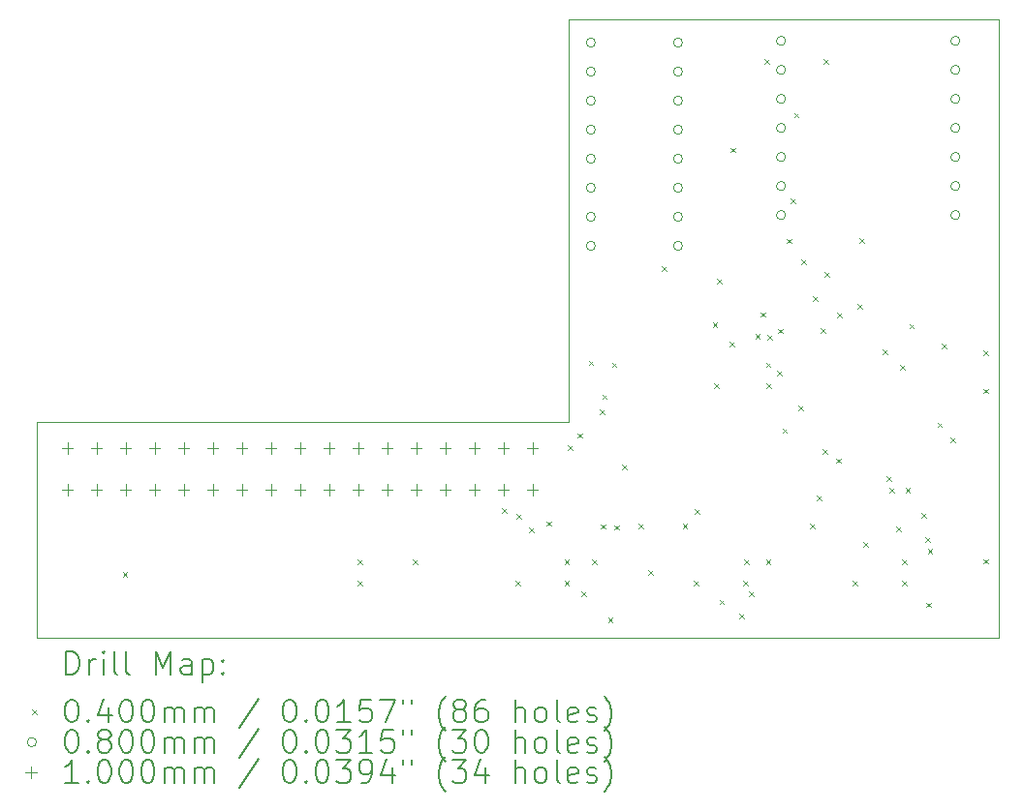
<source format=gbr>
%TF.GenerationSoftware,KiCad,Pcbnew,8.0.1*%
%TF.CreationDate,2024-06-09T22:48:07+01:00*%
%TF.ProjectId,BBC-USBSlim,4242432d-5553-4425-936c-696d2e6b6963,rev?*%
%TF.SameCoordinates,Original*%
%TF.FileFunction,Drillmap*%
%TF.FilePolarity,Positive*%
%FSLAX45Y45*%
G04 Gerber Fmt 4.5, Leading zero omitted, Abs format (unit mm)*
G04 Created by KiCad (PCBNEW 8.0.1) date 2024-06-09 22:48:07*
%MOMM*%
%LPD*%
G01*
G04 APERTURE LIST*
%ADD10C,0.100000*%
%ADD11C,0.200000*%
G04 APERTURE END LIST*
D10*
X15690000Y-12882500D02*
X7280000Y-12882500D01*
X7280000Y-10990000D01*
X11927500Y-10990000D01*
X11927500Y-7467500D01*
X15690000Y-7467500D01*
X15690000Y-12882500D01*
D11*
D10*
X8030000Y-12305000D02*
X8070000Y-12345000D01*
X8070000Y-12305000D02*
X8030000Y-12345000D01*
X10085000Y-12192500D02*
X10125000Y-12232500D01*
X10125000Y-12192500D02*
X10085000Y-12232500D01*
X10085000Y-12382500D02*
X10125000Y-12422500D01*
X10125000Y-12382500D02*
X10085000Y-12422500D01*
X10565000Y-12192500D02*
X10605000Y-12232500D01*
X10605000Y-12192500D02*
X10565000Y-12232500D01*
X11341430Y-11746640D02*
X11381430Y-11786640D01*
X11381430Y-11746640D02*
X11341430Y-11786640D01*
X11460000Y-12382500D02*
X11500000Y-12422500D01*
X11500000Y-12382500D02*
X11460000Y-12422500D01*
X11467790Y-11793440D02*
X11507790Y-11833440D01*
X11507790Y-11793440D02*
X11467790Y-11833440D01*
X11583840Y-11912270D02*
X11623840Y-11952270D01*
X11623840Y-11912270D02*
X11583840Y-11952270D01*
X11735290Y-11858440D02*
X11775290Y-11898440D01*
X11775290Y-11858440D02*
X11735290Y-11898440D01*
X11890000Y-12192500D02*
X11930000Y-12232500D01*
X11930000Y-12192500D02*
X11890000Y-12232500D01*
X11890000Y-12382500D02*
X11930000Y-12422500D01*
X11930000Y-12382500D02*
X11890000Y-12422500D01*
X11920550Y-11193930D02*
X11960550Y-11233930D01*
X11960550Y-11193930D02*
X11920550Y-11233930D01*
X12005170Y-11090000D02*
X12045170Y-11130000D01*
X12045170Y-11090000D02*
X12005170Y-11130000D01*
X12038090Y-12473040D02*
X12078090Y-12513040D01*
X12078090Y-12473040D02*
X12038090Y-12513040D01*
X12102500Y-10453390D02*
X12142500Y-10493390D01*
X12142500Y-10453390D02*
X12102500Y-10493390D01*
X12130000Y-12192500D02*
X12170000Y-12232500D01*
X12170000Y-12192500D02*
X12130000Y-12232500D01*
X12197810Y-10881930D02*
X12237810Y-10921930D01*
X12237810Y-10881930D02*
X12197810Y-10921930D01*
X12210090Y-11884030D02*
X12250090Y-11924030D01*
X12250090Y-11884030D02*
X12210090Y-11924030D01*
X12219120Y-10750870D02*
X12259120Y-10790870D01*
X12259120Y-10750870D02*
X12219120Y-10790870D01*
X12270330Y-12699850D02*
X12310330Y-12739850D01*
X12310330Y-12699850D02*
X12270330Y-12739850D01*
X12305000Y-10470000D02*
X12345000Y-10510000D01*
X12345000Y-10470000D02*
X12305000Y-10510000D01*
X12323420Y-11893720D02*
X12363420Y-11933720D01*
X12363420Y-11893720D02*
X12323420Y-11933720D01*
X12393460Y-11365470D02*
X12433460Y-11405470D01*
X12433460Y-11365470D02*
X12393460Y-11405470D01*
X12537040Y-11878410D02*
X12577040Y-11918410D01*
X12577040Y-11878410D02*
X12537040Y-11918410D01*
X12624150Y-12285770D02*
X12664150Y-12325770D01*
X12664150Y-12285770D02*
X12624150Y-12325770D01*
X12743735Y-9626265D02*
X12783735Y-9666265D01*
X12783735Y-9626265D02*
X12743735Y-9666265D01*
X12922050Y-11880250D02*
X12962050Y-11920250D01*
X12962050Y-11880250D02*
X12922050Y-11920250D01*
X13020000Y-12382500D02*
X13060000Y-12422500D01*
X13060000Y-12382500D02*
X13020000Y-12422500D01*
X13026840Y-11752540D02*
X13066840Y-11792540D01*
X13066840Y-11752540D02*
X13026840Y-11792540D01*
X13184830Y-10119150D02*
X13224830Y-10159150D01*
X13224830Y-10119150D02*
X13184830Y-10159150D01*
X13195000Y-10655000D02*
X13235000Y-10695000D01*
X13235000Y-10655000D02*
X13195000Y-10695000D01*
X13221890Y-9737470D02*
X13261890Y-9777470D01*
X13261890Y-9737470D02*
X13221890Y-9777470D01*
X13243966Y-12545540D02*
X13283966Y-12585540D01*
X13283966Y-12545540D02*
X13243966Y-12585540D01*
X13334830Y-10289600D02*
X13374830Y-10329600D01*
X13374830Y-10289600D02*
X13334830Y-10329600D01*
X13339810Y-8591540D02*
X13379810Y-8631540D01*
X13379810Y-8591540D02*
X13339810Y-8631540D01*
X13419910Y-12668830D02*
X13459910Y-12708830D01*
X13459910Y-12668830D02*
X13419910Y-12708830D01*
X13450000Y-12382500D02*
X13490000Y-12422500D01*
X13490000Y-12382500D02*
X13450000Y-12422500D01*
X13460000Y-12192500D02*
X13500000Y-12232500D01*
X13500000Y-12192500D02*
X13460000Y-12232500D01*
X13502300Y-12472760D02*
X13542300Y-12512760D01*
X13542300Y-12472760D02*
X13502300Y-12512760D01*
X13558090Y-10221670D02*
X13598090Y-10261670D01*
X13598090Y-10221670D02*
X13558090Y-10261670D01*
X13606630Y-10029530D02*
X13646630Y-10069530D01*
X13646630Y-10029530D02*
X13606630Y-10069530D01*
X13637080Y-7816240D02*
X13677080Y-7856240D01*
X13677080Y-7816240D02*
X13637080Y-7856240D01*
X13650000Y-10470000D02*
X13690000Y-10510000D01*
X13690000Y-10470000D02*
X13650000Y-10510000D01*
X13650000Y-12192500D02*
X13690000Y-12232500D01*
X13690000Y-12192500D02*
X13650000Y-12232500D01*
X13655000Y-10655000D02*
X13695000Y-10695000D01*
X13695000Y-10655000D02*
X13655000Y-10695000D01*
X13664800Y-10227470D02*
X13704800Y-10267470D01*
X13704800Y-10227470D02*
X13664800Y-10267470D01*
X13747700Y-10540940D02*
X13787700Y-10580940D01*
X13787700Y-10540940D02*
X13747700Y-10580940D01*
X13758000Y-10175100D02*
X13798000Y-10215100D01*
X13798000Y-10175100D02*
X13758000Y-10215100D01*
X13794410Y-11047580D02*
X13834410Y-11087580D01*
X13834410Y-11047580D02*
X13794410Y-11087580D01*
X13835450Y-9386420D02*
X13875450Y-9426420D01*
X13875450Y-9386420D02*
X13835450Y-9426420D01*
X13868780Y-9033600D02*
X13908780Y-9073600D01*
X13908780Y-9033600D02*
X13868780Y-9073600D01*
X13896160Y-8286600D02*
X13936160Y-8326600D01*
X13936160Y-8286600D02*
X13896160Y-8326600D01*
X13935670Y-10848340D02*
X13975670Y-10888340D01*
X13975670Y-10848340D02*
X13935670Y-10888340D01*
X13957910Y-9568620D02*
X13997910Y-9608620D01*
X13997910Y-9568620D02*
X13957910Y-9608620D01*
X14036310Y-11882110D02*
X14076310Y-11922110D01*
X14076310Y-11882110D02*
X14036310Y-11922110D01*
X14064200Y-9890490D02*
X14104200Y-9930490D01*
X14104200Y-9890490D02*
X14064200Y-9930490D01*
X14096800Y-11635000D02*
X14136800Y-11675000D01*
X14136800Y-11635000D02*
X14096800Y-11675000D01*
X14130820Y-10172810D02*
X14170820Y-10212810D01*
X14170820Y-10172810D02*
X14130820Y-10212810D01*
X14145830Y-11226150D02*
X14185830Y-11266150D01*
X14185830Y-11226150D02*
X14145830Y-11266150D01*
X14153995Y-7816005D02*
X14193995Y-7856005D01*
X14193995Y-7816005D02*
X14153995Y-7856005D01*
X14162580Y-9681280D02*
X14202580Y-9721280D01*
X14202580Y-9681280D02*
X14162580Y-9721280D01*
X14264930Y-11308260D02*
X14304930Y-11348260D01*
X14304930Y-11308260D02*
X14264930Y-11348260D01*
X14275000Y-10035000D02*
X14315000Y-10075000D01*
X14315000Y-10035000D02*
X14275000Y-10075000D01*
X14410000Y-12382500D02*
X14450000Y-12422500D01*
X14450000Y-12382500D02*
X14410000Y-12422500D01*
X14453660Y-9959380D02*
X14493660Y-9999380D01*
X14493660Y-9959380D02*
X14453660Y-9999380D01*
X14466560Y-9382780D02*
X14506560Y-9422780D01*
X14506560Y-9382780D02*
X14466560Y-9422780D01*
X14502540Y-12042500D02*
X14542540Y-12082500D01*
X14542540Y-12042500D02*
X14502540Y-12082500D01*
X14673590Y-10356270D02*
X14713590Y-10396270D01*
X14713590Y-10356270D02*
X14673590Y-10396270D01*
X14704570Y-11462820D02*
X14744570Y-11502820D01*
X14744570Y-11462820D02*
X14704570Y-11502820D01*
X14730130Y-11569470D02*
X14770130Y-11609470D01*
X14770130Y-11569470D02*
X14730130Y-11609470D01*
X14791300Y-11907320D02*
X14831300Y-11947320D01*
X14831300Y-11907320D02*
X14791300Y-11947320D01*
X14822660Y-10493840D02*
X14862660Y-10533840D01*
X14862660Y-10493840D02*
X14822660Y-10533840D01*
X14840000Y-12192500D02*
X14880000Y-12232500D01*
X14880000Y-12192500D02*
X14840000Y-12232500D01*
X14840000Y-12382500D02*
X14880000Y-12422500D01*
X14880000Y-12382500D02*
X14840000Y-12422500D01*
X14870620Y-11569420D02*
X14910620Y-11609420D01*
X14910620Y-11569420D02*
X14870620Y-11609420D01*
X14903950Y-10131380D02*
X14943950Y-10171380D01*
X14943950Y-10131380D02*
X14903950Y-10171380D01*
X15011460Y-11789490D02*
X15051460Y-11829490D01*
X15051460Y-11789490D02*
X15011460Y-11829490D01*
X15043970Y-11997500D02*
X15083970Y-12037500D01*
X15083970Y-11997500D02*
X15043970Y-12037500D01*
X15050300Y-12570900D02*
X15090300Y-12610900D01*
X15090300Y-12570900D02*
X15050300Y-12610900D01*
X15064600Y-12101820D02*
X15104600Y-12141820D01*
X15104600Y-12101820D02*
X15064600Y-12141820D01*
X15149495Y-10996535D02*
X15189495Y-11036535D01*
X15189495Y-10996535D02*
X15149495Y-11036535D01*
X15189810Y-10304160D02*
X15229810Y-10344160D01*
X15229810Y-10304160D02*
X15189810Y-10344160D01*
X15265000Y-11125000D02*
X15305000Y-11165000D01*
X15305000Y-11125000D02*
X15265000Y-11165000D01*
X15550000Y-10365000D02*
X15590000Y-10405000D01*
X15590000Y-10365000D02*
X15550000Y-10405000D01*
X15550000Y-10700000D02*
X15590000Y-10740000D01*
X15590000Y-10700000D02*
X15550000Y-10740000D01*
X15550000Y-12190000D02*
X15590000Y-12230000D01*
X15590000Y-12190000D02*
X15550000Y-12230000D01*
X12160000Y-7671000D02*
G75*
G02*
X12080000Y-7671000I-40000J0D01*
G01*
X12080000Y-7671000D02*
G75*
G02*
X12160000Y-7671000I40000J0D01*
G01*
X12160000Y-7925000D02*
G75*
G02*
X12080000Y-7925000I-40000J0D01*
G01*
X12080000Y-7925000D02*
G75*
G02*
X12160000Y-7925000I40000J0D01*
G01*
X12160000Y-8179000D02*
G75*
G02*
X12080000Y-8179000I-40000J0D01*
G01*
X12080000Y-8179000D02*
G75*
G02*
X12160000Y-8179000I40000J0D01*
G01*
X12160000Y-8433000D02*
G75*
G02*
X12080000Y-8433000I-40000J0D01*
G01*
X12080000Y-8433000D02*
G75*
G02*
X12160000Y-8433000I40000J0D01*
G01*
X12160000Y-8687000D02*
G75*
G02*
X12080000Y-8687000I-40000J0D01*
G01*
X12080000Y-8687000D02*
G75*
G02*
X12160000Y-8687000I40000J0D01*
G01*
X12160000Y-8941000D02*
G75*
G02*
X12080000Y-8941000I-40000J0D01*
G01*
X12080000Y-8941000D02*
G75*
G02*
X12160000Y-8941000I40000J0D01*
G01*
X12160000Y-9195000D02*
G75*
G02*
X12080000Y-9195000I-40000J0D01*
G01*
X12080000Y-9195000D02*
G75*
G02*
X12160000Y-9195000I40000J0D01*
G01*
X12160000Y-9449000D02*
G75*
G02*
X12080000Y-9449000I-40000J0D01*
G01*
X12080000Y-9449000D02*
G75*
G02*
X12160000Y-9449000I40000J0D01*
G01*
X12922000Y-7671000D02*
G75*
G02*
X12842000Y-7671000I-40000J0D01*
G01*
X12842000Y-7671000D02*
G75*
G02*
X12922000Y-7671000I40000J0D01*
G01*
X12922000Y-7925000D02*
G75*
G02*
X12842000Y-7925000I-40000J0D01*
G01*
X12842000Y-7925000D02*
G75*
G02*
X12922000Y-7925000I40000J0D01*
G01*
X12922000Y-8179000D02*
G75*
G02*
X12842000Y-8179000I-40000J0D01*
G01*
X12842000Y-8179000D02*
G75*
G02*
X12922000Y-8179000I40000J0D01*
G01*
X12922000Y-8433000D02*
G75*
G02*
X12842000Y-8433000I-40000J0D01*
G01*
X12842000Y-8433000D02*
G75*
G02*
X12922000Y-8433000I40000J0D01*
G01*
X12922000Y-8687000D02*
G75*
G02*
X12842000Y-8687000I-40000J0D01*
G01*
X12842000Y-8687000D02*
G75*
G02*
X12922000Y-8687000I40000J0D01*
G01*
X12922000Y-8941000D02*
G75*
G02*
X12842000Y-8941000I-40000J0D01*
G01*
X12842000Y-8941000D02*
G75*
G02*
X12922000Y-8941000I40000J0D01*
G01*
X12922000Y-9195000D02*
G75*
G02*
X12842000Y-9195000I-40000J0D01*
G01*
X12842000Y-9195000D02*
G75*
G02*
X12922000Y-9195000I40000J0D01*
G01*
X12922000Y-9449000D02*
G75*
G02*
X12842000Y-9449000I-40000J0D01*
G01*
X12842000Y-9449000D02*
G75*
G02*
X12922000Y-9449000I40000J0D01*
G01*
X13822500Y-7656600D02*
G75*
G02*
X13742500Y-7656600I-40000J0D01*
G01*
X13742500Y-7656600D02*
G75*
G02*
X13822500Y-7656600I40000J0D01*
G01*
X13822500Y-7910600D02*
G75*
G02*
X13742500Y-7910600I-40000J0D01*
G01*
X13742500Y-7910600D02*
G75*
G02*
X13822500Y-7910600I40000J0D01*
G01*
X13822500Y-8164600D02*
G75*
G02*
X13742500Y-8164600I-40000J0D01*
G01*
X13742500Y-8164600D02*
G75*
G02*
X13822500Y-8164600I40000J0D01*
G01*
X13822500Y-8418600D02*
G75*
G02*
X13742500Y-8418600I-40000J0D01*
G01*
X13742500Y-8418600D02*
G75*
G02*
X13822500Y-8418600I40000J0D01*
G01*
X13822500Y-8672600D02*
G75*
G02*
X13742500Y-8672600I-40000J0D01*
G01*
X13742500Y-8672600D02*
G75*
G02*
X13822500Y-8672600I40000J0D01*
G01*
X13822500Y-8926600D02*
G75*
G02*
X13742500Y-8926600I-40000J0D01*
G01*
X13742500Y-8926600D02*
G75*
G02*
X13822500Y-8926600I40000J0D01*
G01*
X13822500Y-9180600D02*
G75*
G02*
X13742500Y-9180600I-40000J0D01*
G01*
X13742500Y-9180600D02*
G75*
G02*
X13822500Y-9180600I40000J0D01*
G01*
X15346500Y-7656600D02*
G75*
G02*
X15266500Y-7656600I-40000J0D01*
G01*
X15266500Y-7656600D02*
G75*
G02*
X15346500Y-7656600I40000J0D01*
G01*
X15346500Y-7910600D02*
G75*
G02*
X15266500Y-7910600I-40000J0D01*
G01*
X15266500Y-7910600D02*
G75*
G02*
X15346500Y-7910600I40000J0D01*
G01*
X15346500Y-8164600D02*
G75*
G02*
X15266500Y-8164600I-40000J0D01*
G01*
X15266500Y-8164600D02*
G75*
G02*
X15346500Y-8164600I40000J0D01*
G01*
X15346500Y-8418600D02*
G75*
G02*
X15266500Y-8418600I-40000J0D01*
G01*
X15266500Y-8418600D02*
G75*
G02*
X15346500Y-8418600I40000J0D01*
G01*
X15346500Y-8672600D02*
G75*
G02*
X15266500Y-8672600I-40000J0D01*
G01*
X15266500Y-8672600D02*
G75*
G02*
X15346500Y-8672600I40000J0D01*
G01*
X15346500Y-8926600D02*
G75*
G02*
X15266500Y-8926600I-40000J0D01*
G01*
X15266500Y-8926600D02*
G75*
G02*
X15346500Y-8926600I40000J0D01*
G01*
X15346500Y-9180600D02*
G75*
G02*
X15266500Y-9180600I-40000J0D01*
G01*
X15266500Y-9180600D02*
G75*
G02*
X15346500Y-9180600I40000J0D01*
G01*
X7545800Y-11534700D02*
X7545800Y-11634700D01*
X7495800Y-11584700D02*
X7595800Y-11584700D01*
X7546000Y-11167500D02*
X7546000Y-11267500D01*
X7496000Y-11217500D02*
X7596000Y-11217500D01*
X7799800Y-11534700D02*
X7799800Y-11634700D01*
X7749800Y-11584700D02*
X7849800Y-11584700D01*
X7800000Y-11167500D02*
X7800000Y-11267500D01*
X7750000Y-11217500D02*
X7850000Y-11217500D01*
X8053800Y-11534700D02*
X8053800Y-11634700D01*
X8003800Y-11584700D02*
X8103800Y-11584700D01*
X8054000Y-11167500D02*
X8054000Y-11267500D01*
X8004000Y-11217500D02*
X8104000Y-11217500D01*
X8307800Y-11534700D02*
X8307800Y-11634700D01*
X8257800Y-11584700D02*
X8357800Y-11584700D01*
X8308000Y-11167500D02*
X8308000Y-11267500D01*
X8258000Y-11217500D02*
X8358000Y-11217500D01*
X8561800Y-11534700D02*
X8561800Y-11634700D01*
X8511800Y-11584700D02*
X8611800Y-11584700D01*
X8562000Y-11167500D02*
X8562000Y-11267500D01*
X8512000Y-11217500D02*
X8612000Y-11217500D01*
X8815800Y-11534700D02*
X8815800Y-11634700D01*
X8765800Y-11584700D02*
X8865800Y-11584700D01*
X8816000Y-11167500D02*
X8816000Y-11267500D01*
X8766000Y-11217500D02*
X8866000Y-11217500D01*
X9069800Y-11534700D02*
X9069800Y-11634700D01*
X9019800Y-11584700D02*
X9119800Y-11584700D01*
X9070000Y-11167500D02*
X9070000Y-11267500D01*
X9020000Y-11217500D02*
X9120000Y-11217500D01*
X9323800Y-11534700D02*
X9323800Y-11634700D01*
X9273800Y-11584700D02*
X9373800Y-11584700D01*
X9324000Y-11167500D02*
X9324000Y-11267500D01*
X9274000Y-11217500D02*
X9374000Y-11217500D01*
X9577800Y-11534700D02*
X9577800Y-11634700D01*
X9527800Y-11584700D02*
X9627800Y-11584700D01*
X9578000Y-11167500D02*
X9578000Y-11267500D01*
X9528000Y-11217500D02*
X9628000Y-11217500D01*
X9831800Y-11534700D02*
X9831800Y-11634700D01*
X9781800Y-11584700D02*
X9881800Y-11584700D01*
X9832000Y-11167500D02*
X9832000Y-11267500D01*
X9782000Y-11217500D02*
X9882000Y-11217500D01*
X10085800Y-11534700D02*
X10085800Y-11634700D01*
X10035800Y-11584700D02*
X10135800Y-11584700D01*
X10086000Y-11167500D02*
X10086000Y-11267500D01*
X10036000Y-11217500D02*
X10136000Y-11217500D01*
X10339800Y-11534700D02*
X10339800Y-11634700D01*
X10289800Y-11584700D02*
X10389800Y-11584700D01*
X10340000Y-11167500D02*
X10340000Y-11267500D01*
X10290000Y-11217500D02*
X10390000Y-11217500D01*
X10593800Y-11534700D02*
X10593800Y-11634700D01*
X10543800Y-11584700D02*
X10643800Y-11584700D01*
X10594000Y-11167500D02*
X10594000Y-11267500D01*
X10544000Y-11217500D02*
X10644000Y-11217500D01*
X10847800Y-11534700D02*
X10847800Y-11634700D01*
X10797800Y-11584700D02*
X10897800Y-11584700D01*
X10848000Y-11167500D02*
X10848000Y-11267500D01*
X10798000Y-11217500D02*
X10898000Y-11217500D01*
X11101800Y-11534700D02*
X11101800Y-11634700D01*
X11051800Y-11584700D02*
X11151800Y-11584700D01*
X11102000Y-11167500D02*
X11102000Y-11267500D01*
X11052000Y-11217500D02*
X11152000Y-11217500D01*
X11355800Y-11534700D02*
X11355800Y-11634700D01*
X11305800Y-11584700D02*
X11405800Y-11584700D01*
X11356000Y-11167500D02*
X11356000Y-11267500D01*
X11306000Y-11217500D02*
X11406000Y-11217500D01*
X11609800Y-11534700D02*
X11609800Y-11634700D01*
X11559800Y-11584700D02*
X11659800Y-11584700D01*
X11610000Y-11167500D02*
X11610000Y-11267500D01*
X11560000Y-11217500D02*
X11660000Y-11217500D01*
D11*
X7535777Y-13198984D02*
X7535777Y-12998984D01*
X7535777Y-12998984D02*
X7583396Y-12998984D01*
X7583396Y-12998984D02*
X7611967Y-13008508D01*
X7611967Y-13008508D02*
X7631015Y-13027555D01*
X7631015Y-13027555D02*
X7640539Y-13046603D01*
X7640539Y-13046603D02*
X7650062Y-13084698D01*
X7650062Y-13084698D02*
X7650062Y-13113269D01*
X7650062Y-13113269D02*
X7640539Y-13151365D01*
X7640539Y-13151365D02*
X7631015Y-13170412D01*
X7631015Y-13170412D02*
X7611967Y-13189460D01*
X7611967Y-13189460D02*
X7583396Y-13198984D01*
X7583396Y-13198984D02*
X7535777Y-13198984D01*
X7735777Y-13198984D02*
X7735777Y-13065650D01*
X7735777Y-13103746D02*
X7745301Y-13084698D01*
X7745301Y-13084698D02*
X7754824Y-13075174D01*
X7754824Y-13075174D02*
X7773872Y-13065650D01*
X7773872Y-13065650D02*
X7792920Y-13065650D01*
X7859586Y-13198984D02*
X7859586Y-13065650D01*
X7859586Y-12998984D02*
X7850062Y-13008508D01*
X7850062Y-13008508D02*
X7859586Y-13018031D01*
X7859586Y-13018031D02*
X7869110Y-13008508D01*
X7869110Y-13008508D02*
X7859586Y-12998984D01*
X7859586Y-12998984D02*
X7859586Y-13018031D01*
X7983396Y-13198984D02*
X7964348Y-13189460D01*
X7964348Y-13189460D02*
X7954824Y-13170412D01*
X7954824Y-13170412D02*
X7954824Y-12998984D01*
X8088158Y-13198984D02*
X8069110Y-13189460D01*
X8069110Y-13189460D02*
X8059586Y-13170412D01*
X8059586Y-13170412D02*
X8059586Y-12998984D01*
X8316729Y-13198984D02*
X8316729Y-12998984D01*
X8316729Y-12998984D02*
X8383396Y-13141841D01*
X8383396Y-13141841D02*
X8450063Y-12998984D01*
X8450063Y-12998984D02*
X8450063Y-13198984D01*
X8631015Y-13198984D02*
X8631015Y-13094222D01*
X8631015Y-13094222D02*
X8621491Y-13075174D01*
X8621491Y-13075174D02*
X8602444Y-13065650D01*
X8602444Y-13065650D02*
X8564348Y-13065650D01*
X8564348Y-13065650D02*
X8545301Y-13075174D01*
X8631015Y-13189460D02*
X8611967Y-13198984D01*
X8611967Y-13198984D02*
X8564348Y-13198984D01*
X8564348Y-13198984D02*
X8545301Y-13189460D01*
X8545301Y-13189460D02*
X8535777Y-13170412D01*
X8535777Y-13170412D02*
X8535777Y-13151365D01*
X8535777Y-13151365D02*
X8545301Y-13132317D01*
X8545301Y-13132317D02*
X8564348Y-13122793D01*
X8564348Y-13122793D02*
X8611967Y-13122793D01*
X8611967Y-13122793D02*
X8631015Y-13113269D01*
X8726253Y-13065650D02*
X8726253Y-13265650D01*
X8726253Y-13075174D02*
X8745301Y-13065650D01*
X8745301Y-13065650D02*
X8783396Y-13065650D01*
X8783396Y-13065650D02*
X8802444Y-13075174D01*
X8802444Y-13075174D02*
X8811967Y-13084698D01*
X8811967Y-13084698D02*
X8821491Y-13103746D01*
X8821491Y-13103746D02*
X8821491Y-13160888D01*
X8821491Y-13160888D02*
X8811967Y-13179936D01*
X8811967Y-13179936D02*
X8802444Y-13189460D01*
X8802444Y-13189460D02*
X8783396Y-13198984D01*
X8783396Y-13198984D02*
X8745301Y-13198984D01*
X8745301Y-13198984D02*
X8726253Y-13189460D01*
X8907205Y-13179936D02*
X8916729Y-13189460D01*
X8916729Y-13189460D02*
X8907205Y-13198984D01*
X8907205Y-13198984D02*
X8897682Y-13189460D01*
X8897682Y-13189460D02*
X8907205Y-13179936D01*
X8907205Y-13179936D02*
X8907205Y-13198984D01*
X8907205Y-13075174D02*
X8916729Y-13084698D01*
X8916729Y-13084698D02*
X8907205Y-13094222D01*
X8907205Y-13094222D02*
X8897682Y-13084698D01*
X8897682Y-13084698D02*
X8907205Y-13075174D01*
X8907205Y-13075174D02*
X8907205Y-13094222D01*
D10*
X7235000Y-13507500D02*
X7275000Y-13547500D01*
X7275000Y-13507500D02*
X7235000Y-13547500D01*
D11*
X7573872Y-13418984D02*
X7592920Y-13418984D01*
X7592920Y-13418984D02*
X7611967Y-13428508D01*
X7611967Y-13428508D02*
X7621491Y-13438031D01*
X7621491Y-13438031D02*
X7631015Y-13457079D01*
X7631015Y-13457079D02*
X7640539Y-13495174D01*
X7640539Y-13495174D02*
X7640539Y-13542793D01*
X7640539Y-13542793D02*
X7631015Y-13580888D01*
X7631015Y-13580888D02*
X7621491Y-13599936D01*
X7621491Y-13599936D02*
X7611967Y-13609460D01*
X7611967Y-13609460D02*
X7592920Y-13618984D01*
X7592920Y-13618984D02*
X7573872Y-13618984D01*
X7573872Y-13618984D02*
X7554824Y-13609460D01*
X7554824Y-13609460D02*
X7545301Y-13599936D01*
X7545301Y-13599936D02*
X7535777Y-13580888D01*
X7535777Y-13580888D02*
X7526253Y-13542793D01*
X7526253Y-13542793D02*
X7526253Y-13495174D01*
X7526253Y-13495174D02*
X7535777Y-13457079D01*
X7535777Y-13457079D02*
X7545301Y-13438031D01*
X7545301Y-13438031D02*
X7554824Y-13428508D01*
X7554824Y-13428508D02*
X7573872Y-13418984D01*
X7726253Y-13599936D02*
X7735777Y-13609460D01*
X7735777Y-13609460D02*
X7726253Y-13618984D01*
X7726253Y-13618984D02*
X7716729Y-13609460D01*
X7716729Y-13609460D02*
X7726253Y-13599936D01*
X7726253Y-13599936D02*
X7726253Y-13618984D01*
X7907205Y-13485650D02*
X7907205Y-13618984D01*
X7859586Y-13409460D02*
X7811967Y-13552317D01*
X7811967Y-13552317D02*
X7935777Y-13552317D01*
X8050062Y-13418984D02*
X8069110Y-13418984D01*
X8069110Y-13418984D02*
X8088158Y-13428508D01*
X8088158Y-13428508D02*
X8097682Y-13438031D01*
X8097682Y-13438031D02*
X8107205Y-13457079D01*
X8107205Y-13457079D02*
X8116729Y-13495174D01*
X8116729Y-13495174D02*
X8116729Y-13542793D01*
X8116729Y-13542793D02*
X8107205Y-13580888D01*
X8107205Y-13580888D02*
X8097682Y-13599936D01*
X8097682Y-13599936D02*
X8088158Y-13609460D01*
X8088158Y-13609460D02*
X8069110Y-13618984D01*
X8069110Y-13618984D02*
X8050062Y-13618984D01*
X8050062Y-13618984D02*
X8031015Y-13609460D01*
X8031015Y-13609460D02*
X8021491Y-13599936D01*
X8021491Y-13599936D02*
X8011967Y-13580888D01*
X8011967Y-13580888D02*
X8002443Y-13542793D01*
X8002443Y-13542793D02*
X8002443Y-13495174D01*
X8002443Y-13495174D02*
X8011967Y-13457079D01*
X8011967Y-13457079D02*
X8021491Y-13438031D01*
X8021491Y-13438031D02*
X8031015Y-13428508D01*
X8031015Y-13428508D02*
X8050062Y-13418984D01*
X8240539Y-13418984D02*
X8259586Y-13418984D01*
X8259586Y-13418984D02*
X8278634Y-13428508D01*
X8278634Y-13428508D02*
X8288158Y-13438031D01*
X8288158Y-13438031D02*
X8297682Y-13457079D01*
X8297682Y-13457079D02*
X8307205Y-13495174D01*
X8307205Y-13495174D02*
X8307205Y-13542793D01*
X8307205Y-13542793D02*
X8297682Y-13580888D01*
X8297682Y-13580888D02*
X8288158Y-13599936D01*
X8288158Y-13599936D02*
X8278634Y-13609460D01*
X8278634Y-13609460D02*
X8259586Y-13618984D01*
X8259586Y-13618984D02*
X8240539Y-13618984D01*
X8240539Y-13618984D02*
X8221491Y-13609460D01*
X8221491Y-13609460D02*
X8211967Y-13599936D01*
X8211967Y-13599936D02*
X8202443Y-13580888D01*
X8202443Y-13580888D02*
X8192920Y-13542793D01*
X8192920Y-13542793D02*
X8192920Y-13495174D01*
X8192920Y-13495174D02*
X8202443Y-13457079D01*
X8202443Y-13457079D02*
X8211967Y-13438031D01*
X8211967Y-13438031D02*
X8221491Y-13428508D01*
X8221491Y-13428508D02*
X8240539Y-13418984D01*
X8392920Y-13618984D02*
X8392920Y-13485650D01*
X8392920Y-13504698D02*
X8402444Y-13495174D01*
X8402444Y-13495174D02*
X8421491Y-13485650D01*
X8421491Y-13485650D02*
X8450063Y-13485650D01*
X8450063Y-13485650D02*
X8469110Y-13495174D01*
X8469110Y-13495174D02*
X8478634Y-13514222D01*
X8478634Y-13514222D02*
X8478634Y-13618984D01*
X8478634Y-13514222D02*
X8488158Y-13495174D01*
X8488158Y-13495174D02*
X8507205Y-13485650D01*
X8507205Y-13485650D02*
X8535777Y-13485650D01*
X8535777Y-13485650D02*
X8554825Y-13495174D01*
X8554825Y-13495174D02*
X8564348Y-13514222D01*
X8564348Y-13514222D02*
X8564348Y-13618984D01*
X8659586Y-13618984D02*
X8659586Y-13485650D01*
X8659586Y-13504698D02*
X8669110Y-13495174D01*
X8669110Y-13495174D02*
X8688158Y-13485650D01*
X8688158Y-13485650D02*
X8716729Y-13485650D01*
X8716729Y-13485650D02*
X8735777Y-13495174D01*
X8735777Y-13495174D02*
X8745301Y-13514222D01*
X8745301Y-13514222D02*
X8745301Y-13618984D01*
X8745301Y-13514222D02*
X8754825Y-13495174D01*
X8754825Y-13495174D02*
X8773872Y-13485650D01*
X8773872Y-13485650D02*
X8802444Y-13485650D01*
X8802444Y-13485650D02*
X8821491Y-13495174D01*
X8821491Y-13495174D02*
X8831015Y-13514222D01*
X8831015Y-13514222D02*
X8831015Y-13618984D01*
X9221491Y-13409460D02*
X9050063Y-13666603D01*
X9478634Y-13418984D02*
X9497682Y-13418984D01*
X9497682Y-13418984D02*
X9516729Y-13428508D01*
X9516729Y-13428508D02*
X9526253Y-13438031D01*
X9526253Y-13438031D02*
X9535777Y-13457079D01*
X9535777Y-13457079D02*
X9545301Y-13495174D01*
X9545301Y-13495174D02*
X9545301Y-13542793D01*
X9545301Y-13542793D02*
X9535777Y-13580888D01*
X9535777Y-13580888D02*
X9526253Y-13599936D01*
X9526253Y-13599936D02*
X9516729Y-13609460D01*
X9516729Y-13609460D02*
X9497682Y-13618984D01*
X9497682Y-13618984D02*
X9478634Y-13618984D01*
X9478634Y-13618984D02*
X9459587Y-13609460D01*
X9459587Y-13609460D02*
X9450063Y-13599936D01*
X9450063Y-13599936D02*
X9440539Y-13580888D01*
X9440539Y-13580888D02*
X9431015Y-13542793D01*
X9431015Y-13542793D02*
X9431015Y-13495174D01*
X9431015Y-13495174D02*
X9440539Y-13457079D01*
X9440539Y-13457079D02*
X9450063Y-13438031D01*
X9450063Y-13438031D02*
X9459587Y-13428508D01*
X9459587Y-13428508D02*
X9478634Y-13418984D01*
X9631015Y-13599936D02*
X9640539Y-13609460D01*
X9640539Y-13609460D02*
X9631015Y-13618984D01*
X9631015Y-13618984D02*
X9621491Y-13609460D01*
X9621491Y-13609460D02*
X9631015Y-13599936D01*
X9631015Y-13599936D02*
X9631015Y-13618984D01*
X9764348Y-13418984D02*
X9783396Y-13418984D01*
X9783396Y-13418984D02*
X9802444Y-13428508D01*
X9802444Y-13428508D02*
X9811968Y-13438031D01*
X9811968Y-13438031D02*
X9821491Y-13457079D01*
X9821491Y-13457079D02*
X9831015Y-13495174D01*
X9831015Y-13495174D02*
X9831015Y-13542793D01*
X9831015Y-13542793D02*
X9821491Y-13580888D01*
X9821491Y-13580888D02*
X9811968Y-13599936D01*
X9811968Y-13599936D02*
X9802444Y-13609460D01*
X9802444Y-13609460D02*
X9783396Y-13618984D01*
X9783396Y-13618984D02*
X9764348Y-13618984D01*
X9764348Y-13618984D02*
X9745301Y-13609460D01*
X9745301Y-13609460D02*
X9735777Y-13599936D01*
X9735777Y-13599936D02*
X9726253Y-13580888D01*
X9726253Y-13580888D02*
X9716729Y-13542793D01*
X9716729Y-13542793D02*
X9716729Y-13495174D01*
X9716729Y-13495174D02*
X9726253Y-13457079D01*
X9726253Y-13457079D02*
X9735777Y-13438031D01*
X9735777Y-13438031D02*
X9745301Y-13428508D01*
X9745301Y-13428508D02*
X9764348Y-13418984D01*
X10021491Y-13618984D02*
X9907206Y-13618984D01*
X9964348Y-13618984D02*
X9964348Y-13418984D01*
X9964348Y-13418984D02*
X9945301Y-13447555D01*
X9945301Y-13447555D02*
X9926253Y-13466603D01*
X9926253Y-13466603D02*
X9907206Y-13476127D01*
X10202444Y-13418984D02*
X10107206Y-13418984D01*
X10107206Y-13418984D02*
X10097682Y-13514222D01*
X10097682Y-13514222D02*
X10107206Y-13504698D01*
X10107206Y-13504698D02*
X10126253Y-13495174D01*
X10126253Y-13495174D02*
X10173872Y-13495174D01*
X10173872Y-13495174D02*
X10192920Y-13504698D01*
X10192920Y-13504698D02*
X10202444Y-13514222D01*
X10202444Y-13514222D02*
X10211968Y-13533269D01*
X10211968Y-13533269D02*
X10211968Y-13580888D01*
X10211968Y-13580888D02*
X10202444Y-13599936D01*
X10202444Y-13599936D02*
X10192920Y-13609460D01*
X10192920Y-13609460D02*
X10173872Y-13618984D01*
X10173872Y-13618984D02*
X10126253Y-13618984D01*
X10126253Y-13618984D02*
X10107206Y-13609460D01*
X10107206Y-13609460D02*
X10097682Y-13599936D01*
X10278634Y-13418984D02*
X10411968Y-13418984D01*
X10411968Y-13418984D02*
X10326253Y-13618984D01*
X10478634Y-13418984D02*
X10478634Y-13457079D01*
X10554825Y-13418984D02*
X10554825Y-13457079D01*
X10850063Y-13695174D02*
X10840539Y-13685650D01*
X10840539Y-13685650D02*
X10821491Y-13657079D01*
X10821491Y-13657079D02*
X10811968Y-13638031D01*
X10811968Y-13638031D02*
X10802444Y-13609460D01*
X10802444Y-13609460D02*
X10792920Y-13561841D01*
X10792920Y-13561841D02*
X10792920Y-13523746D01*
X10792920Y-13523746D02*
X10802444Y-13476127D01*
X10802444Y-13476127D02*
X10811968Y-13447555D01*
X10811968Y-13447555D02*
X10821491Y-13428508D01*
X10821491Y-13428508D02*
X10840539Y-13399936D01*
X10840539Y-13399936D02*
X10850063Y-13390412D01*
X10954825Y-13504698D02*
X10935777Y-13495174D01*
X10935777Y-13495174D02*
X10926253Y-13485650D01*
X10926253Y-13485650D02*
X10916730Y-13466603D01*
X10916730Y-13466603D02*
X10916730Y-13457079D01*
X10916730Y-13457079D02*
X10926253Y-13438031D01*
X10926253Y-13438031D02*
X10935777Y-13428508D01*
X10935777Y-13428508D02*
X10954825Y-13418984D01*
X10954825Y-13418984D02*
X10992920Y-13418984D01*
X10992920Y-13418984D02*
X11011968Y-13428508D01*
X11011968Y-13428508D02*
X11021491Y-13438031D01*
X11021491Y-13438031D02*
X11031015Y-13457079D01*
X11031015Y-13457079D02*
X11031015Y-13466603D01*
X11031015Y-13466603D02*
X11021491Y-13485650D01*
X11021491Y-13485650D02*
X11011968Y-13495174D01*
X11011968Y-13495174D02*
X10992920Y-13504698D01*
X10992920Y-13504698D02*
X10954825Y-13504698D01*
X10954825Y-13504698D02*
X10935777Y-13514222D01*
X10935777Y-13514222D02*
X10926253Y-13523746D01*
X10926253Y-13523746D02*
X10916730Y-13542793D01*
X10916730Y-13542793D02*
X10916730Y-13580888D01*
X10916730Y-13580888D02*
X10926253Y-13599936D01*
X10926253Y-13599936D02*
X10935777Y-13609460D01*
X10935777Y-13609460D02*
X10954825Y-13618984D01*
X10954825Y-13618984D02*
X10992920Y-13618984D01*
X10992920Y-13618984D02*
X11011968Y-13609460D01*
X11011968Y-13609460D02*
X11021491Y-13599936D01*
X11021491Y-13599936D02*
X11031015Y-13580888D01*
X11031015Y-13580888D02*
X11031015Y-13542793D01*
X11031015Y-13542793D02*
X11021491Y-13523746D01*
X11021491Y-13523746D02*
X11011968Y-13514222D01*
X11011968Y-13514222D02*
X10992920Y-13504698D01*
X11202444Y-13418984D02*
X11164349Y-13418984D01*
X11164349Y-13418984D02*
X11145301Y-13428508D01*
X11145301Y-13428508D02*
X11135777Y-13438031D01*
X11135777Y-13438031D02*
X11116730Y-13466603D01*
X11116730Y-13466603D02*
X11107206Y-13504698D01*
X11107206Y-13504698D02*
X11107206Y-13580888D01*
X11107206Y-13580888D02*
X11116730Y-13599936D01*
X11116730Y-13599936D02*
X11126253Y-13609460D01*
X11126253Y-13609460D02*
X11145301Y-13618984D01*
X11145301Y-13618984D02*
X11183396Y-13618984D01*
X11183396Y-13618984D02*
X11202444Y-13609460D01*
X11202444Y-13609460D02*
X11211968Y-13599936D01*
X11211968Y-13599936D02*
X11221491Y-13580888D01*
X11221491Y-13580888D02*
X11221491Y-13533269D01*
X11221491Y-13533269D02*
X11211968Y-13514222D01*
X11211968Y-13514222D02*
X11202444Y-13504698D01*
X11202444Y-13504698D02*
X11183396Y-13495174D01*
X11183396Y-13495174D02*
X11145301Y-13495174D01*
X11145301Y-13495174D02*
X11126253Y-13504698D01*
X11126253Y-13504698D02*
X11116730Y-13514222D01*
X11116730Y-13514222D02*
X11107206Y-13533269D01*
X11459587Y-13618984D02*
X11459587Y-13418984D01*
X11545301Y-13618984D02*
X11545301Y-13514222D01*
X11545301Y-13514222D02*
X11535777Y-13495174D01*
X11535777Y-13495174D02*
X11516730Y-13485650D01*
X11516730Y-13485650D02*
X11488158Y-13485650D01*
X11488158Y-13485650D02*
X11469110Y-13495174D01*
X11469110Y-13495174D02*
X11459587Y-13504698D01*
X11669110Y-13618984D02*
X11650063Y-13609460D01*
X11650063Y-13609460D02*
X11640539Y-13599936D01*
X11640539Y-13599936D02*
X11631015Y-13580888D01*
X11631015Y-13580888D02*
X11631015Y-13523746D01*
X11631015Y-13523746D02*
X11640539Y-13504698D01*
X11640539Y-13504698D02*
X11650063Y-13495174D01*
X11650063Y-13495174D02*
X11669110Y-13485650D01*
X11669110Y-13485650D02*
X11697682Y-13485650D01*
X11697682Y-13485650D02*
X11716730Y-13495174D01*
X11716730Y-13495174D02*
X11726253Y-13504698D01*
X11726253Y-13504698D02*
X11735777Y-13523746D01*
X11735777Y-13523746D02*
X11735777Y-13580888D01*
X11735777Y-13580888D02*
X11726253Y-13599936D01*
X11726253Y-13599936D02*
X11716730Y-13609460D01*
X11716730Y-13609460D02*
X11697682Y-13618984D01*
X11697682Y-13618984D02*
X11669110Y-13618984D01*
X11850063Y-13618984D02*
X11831015Y-13609460D01*
X11831015Y-13609460D02*
X11821491Y-13590412D01*
X11821491Y-13590412D02*
X11821491Y-13418984D01*
X12002444Y-13609460D02*
X11983396Y-13618984D01*
X11983396Y-13618984D02*
X11945301Y-13618984D01*
X11945301Y-13618984D02*
X11926253Y-13609460D01*
X11926253Y-13609460D02*
X11916730Y-13590412D01*
X11916730Y-13590412D02*
X11916730Y-13514222D01*
X11916730Y-13514222D02*
X11926253Y-13495174D01*
X11926253Y-13495174D02*
X11945301Y-13485650D01*
X11945301Y-13485650D02*
X11983396Y-13485650D01*
X11983396Y-13485650D02*
X12002444Y-13495174D01*
X12002444Y-13495174D02*
X12011968Y-13514222D01*
X12011968Y-13514222D02*
X12011968Y-13533269D01*
X12011968Y-13533269D02*
X11916730Y-13552317D01*
X12088158Y-13609460D02*
X12107206Y-13618984D01*
X12107206Y-13618984D02*
X12145301Y-13618984D01*
X12145301Y-13618984D02*
X12164349Y-13609460D01*
X12164349Y-13609460D02*
X12173872Y-13590412D01*
X12173872Y-13590412D02*
X12173872Y-13580888D01*
X12173872Y-13580888D02*
X12164349Y-13561841D01*
X12164349Y-13561841D02*
X12145301Y-13552317D01*
X12145301Y-13552317D02*
X12116730Y-13552317D01*
X12116730Y-13552317D02*
X12097682Y-13542793D01*
X12097682Y-13542793D02*
X12088158Y-13523746D01*
X12088158Y-13523746D02*
X12088158Y-13514222D01*
X12088158Y-13514222D02*
X12097682Y-13495174D01*
X12097682Y-13495174D02*
X12116730Y-13485650D01*
X12116730Y-13485650D02*
X12145301Y-13485650D01*
X12145301Y-13485650D02*
X12164349Y-13495174D01*
X12240539Y-13695174D02*
X12250063Y-13685650D01*
X12250063Y-13685650D02*
X12269111Y-13657079D01*
X12269111Y-13657079D02*
X12278634Y-13638031D01*
X12278634Y-13638031D02*
X12288158Y-13609460D01*
X12288158Y-13609460D02*
X12297682Y-13561841D01*
X12297682Y-13561841D02*
X12297682Y-13523746D01*
X12297682Y-13523746D02*
X12288158Y-13476127D01*
X12288158Y-13476127D02*
X12278634Y-13447555D01*
X12278634Y-13447555D02*
X12269111Y-13428508D01*
X12269111Y-13428508D02*
X12250063Y-13399936D01*
X12250063Y-13399936D02*
X12240539Y-13390412D01*
D10*
X7275000Y-13791500D02*
G75*
G02*
X7195000Y-13791500I-40000J0D01*
G01*
X7195000Y-13791500D02*
G75*
G02*
X7275000Y-13791500I40000J0D01*
G01*
D11*
X7573872Y-13682984D02*
X7592920Y-13682984D01*
X7592920Y-13682984D02*
X7611967Y-13692508D01*
X7611967Y-13692508D02*
X7621491Y-13702031D01*
X7621491Y-13702031D02*
X7631015Y-13721079D01*
X7631015Y-13721079D02*
X7640539Y-13759174D01*
X7640539Y-13759174D02*
X7640539Y-13806793D01*
X7640539Y-13806793D02*
X7631015Y-13844888D01*
X7631015Y-13844888D02*
X7621491Y-13863936D01*
X7621491Y-13863936D02*
X7611967Y-13873460D01*
X7611967Y-13873460D02*
X7592920Y-13882984D01*
X7592920Y-13882984D02*
X7573872Y-13882984D01*
X7573872Y-13882984D02*
X7554824Y-13873460D01*
X7554824Y-13873460D02*
X7545301Y-13863936D01*
X7545301Y-13863936D02*
X7535777Y-13844888D01*
X7535777Y-13844888D02*
X7526253Y-13806793D01*
X7526253Y-13806793D02*
X7526253Y-13759174D01*
X7526253Y-13759174D02*
X7535777Y-13721079D01*
X7535777Y-13721079D02*
X7545301Y-13702031D01*
X7545301Y-13702031D02*
X7554824Y-13692508D01*
X7554824Y-13692508D02*
X7573872Y-13682984D01*
X7726253Y-13863936D02*
X7735777Y-13873460D01*
X7735777Y-13873460D02*
X7726253Y-13882984D01*
X7726253Y-13882984D02*
X7716729Y-13873460D01*
X7716729Y-13873460D02*
X7726253Y-13863936D01*
X7726253Y-13863936D02*
X7726253Y-13882984D01*
X7850062Y-13768698D02*
X7831015Y-13759174D01*
X7831015Y-13759174D02*
X7821491Y-13749650D01*
X7821491Y-13749650D02*
X7811967Y-13730603D01*
X7811967Y-13730603D02*
X7811967Y-13721079D01*
X7811967Y-13721079D02*
X7821491Y-13702031D01*
X7821491Y-13702031D02*
X7831015Y-13692508D01*
X7831015Y-13692508D02*
X7850062Y-13682984D01*
X7850062Y-13682984D02*
X7888158Y-13682984D01*
X7888158Y-13682984D02*
X7907205Y-13692508D01*
X7907205Y-13692508D02*
X7916729Y-13702031D01*
X7916729Y-13702031D02*
X7926253Y-13721079D01*
X7926253Y-13721079D02*
X7926253Y-13730603D01*
X7926253Y-13730603D02*
X7916729Y-13749650D01*
X7916729Y-13749650D02*
X7907205Y-13759174D01*
X7907205Y-13759174D02*
X7888158Y-13768698D01*
X7888158Y-13768698D02*
X7850062Y-13768698D01*
X7850062Y-13768698D02*
X7831015Y-13778222D01*
X7831015Y-13778222D02*
X7821491Y-13787746D01*
X7821491Y-13787746D02*
X7811967Y-13806793D01*
X7811967Y-13806793D02*
X7811967Y-13844888D01*
X7811967Y-13844888D02*
X7821491Y-13863936D01*
X7821491Y-13863936D02*
X7831015Y-13873460D01*
X7831015Y-13873460D02*
X7850062Y-13882984D01*
X7850062Y-13882984D02*
X7888158Y-13882984D01*
X7888158Y-13882984D02*
X7907205Y-13873460D01*
X7907205Y-13873460D02*
X7916729Y-13863936D01*
X7916729Y-13863936D02*
X7926253Y-13844888D01*
X7926253Y-13844888D02*
X7926253Y-13806793D01*
X7926253Y-13806793D02*
X7916729Y-13787746D01*
X7916729Y-13787746D02*
X7907205Y-13778222D01*
X7907205Y-13778222D02*
X7888158Y-13768698D01*
X8050062Y-13682984D02*
X8069110Y-13682984D01*
X8069110Y-13682984D02*
X8088158Y-13692508D01*
X8088158Y-13692508D02*
X8097682Y-13702031D01*
X8097682Y-13702031D02*
X8107205Y-13721079D01*
X8107205Y-13721079D02*
X8116729Y-13759174D01*
X8116729Y-13759174D02*
X8116729Y-13806793D01*
X8116729Y-13806793D02*
X8107205Y-13844888D01*
X8107205Y-13844888D02*
X8097682Y-13863936D01*
X8097682Y-13863936D02*
X8088158Y-13873460D01*
X8088158Y-13873460D02*
X8069110Y-13882984D01*
X8069110Y-13882984D02*
X8050062Y-13882984D01*
X8050062Y-13882984D02*
X8031015Y-13873460D01*
X8031015Y-13873460D02*
X8021491Y-13863936D01*
X8021491Y-13863936D02*
X8011967Y-13844888D01*
X8011967Y-13844888D02*
X8002443Y-13806793D01*
X8002443Y-13806793D02*
X8002443Y-13759174D01*
X8002443Y-13759174D02*
X8011967Y-13721079D01*
X8011967Y-13721079D02*
X8021491Y-13702031D01*
X8021491Y-13702031D02*
X8031015Y-13692508D01*
X8031015Y-13692508D02*
X8050062Y-13682984D01*
X8240539Y-13682984D02*
X8259586Y-13682984D01*
X8259586Y-13682984D02*
X8278634Y-13692508D01*
X8278634Y-13692508D02*
X8288158Y-13702031D01*
X8288158Y-13702031D02*
X8297682Y-13721079D01*
X8297682Y-13721079D02*
X8307205Y-13759174D01*
X8307205Y-13759174D02*
X8307205Y-13806793D01*
X8307205Y-13806793D02*
X8297682Y-13844888D01*
X8297682Y-13844888D02*
X8288158Y-13863936D01*
X8288158Y-13863936D02*
X8278634Y-13873460D01*
X8278634Y-13873460D02*
X8259586Y-13882984D01*
X8259586Y-13882984D02*
X8240539Y-13882984D01*
X8240539Y-13882984D02*
X8221491Y-13873460D01*
X8221491Y-13873460D02*
X8211967Y-13863936D01*
X8211967Y-13863936D02*
X8202443Y-13844888D01*
X8202443Y-13844888D02*
X8192920Y-13806793D01*
X8192920Y-13806793D02*
X8192920Y-13759174D01*
X8192920Y-13759174D02*
X8202443Y-13721079D01*
X8202443Y-13721079D02*
X8211967Y-13702031D01*
X8211967Y-13702031D02*
X8221491Y-13692508D01*
X8221491Y-13692508D02*
X8240539Y-13682984D01*
X8392920Y-13882984D02*
X8392920Y-13749650D01*
X8392920Y-13768698D02*
X8402444Y-13759174D01*
X8402444Y-13759174D02*
X8421491Y-13749650D01*
X8421491Y-13749650D02*
X8450063Y-13749650D01*
X8450063Y-13749650D02*
X8469110Y-13759174D01*
X8469110Y-13759174D02*
X8478634Y-13778222D01*
X8478634Y-13778222D02*
X8478634Y-13882984D01*
X8478634Y-13778222D02*
X8488158Y-13759174D01*
X8488158Y-13759174D02*
X8507205Y-13749650D01*
X8507205Y-13749650D02*
X8535777Y-13749650D01*
X8535777Y-13749650D02*
X8554825Y-13759174D01*
X8554825Y-13759174D02*
X8564348Y-13778222D01*
X8564348Y-13778222D02*
X8564348Y-13882984D01*
X8659586Y-13882984D02*
X8659586Y-13749650D01*
X8659586Y-13768698D02*
X8669110Y-13759174D01*
X8669110Y-13759174D02*
X8688158Y-13749650D01*
X8688158Y-13749650D02*
X8716729Y-13749650D01*
X8716729Y-13749650D02*
X8735777Y-13759174D01*
X8735777Y-13759174D02*
X8745301Y-13778222D01*
X8745301Y-13778222D02*
X8745301Y-13882984D01*
X8745301Y-13778222D02*
X8754825Y-13759174D01*
X8754825Y-13759174D02*
X8773872Y-13749650D01*
X8773872Y-13749650D02*
X8802444Y-13749650D01*
X8802444Y-13749650D02*
X8821491Y-13759174D01*
X8821491Y-13759174D02*
X8831015Y-13778222D01*
X8831015Y-13778222D02*
X8831015Y-13882984D01*
X9221491Y-13673460D02*
X9050063Y-13930603D01*
X9478634Y-13682984D02*
X9497682Y-13682984D01*
X9497682Y-13682984D02*
X9516729Y-13692508D01*
X9516729Y-13692508D02*
X9526253Y-13702031D01*
X9526253Y-13702031D02*
X9535777Y-13721079D01*
X9535777Y-13721079D02*
X9545301Y-13759174D01*
X9545301Y-13759174D02*
X9545301Y-13806793D01*
X9545301Y-13806793D02*
X9535777Y-13844888D01*
X9535777Y-13844888D02*
X9526253Y-13863936D01*
X9526253Y-13863936D02*
X9516729Y-13873460D01*
X9516729Y-13873460D02*
X9497682Y-13882984D01*
X9497682Y-13882984D02*
X9478634Y-13882984D01*
X9478634Y-13882984D02*
X9459587Y-13873460D01*
X9459587Y-13873460D02*
X9450063Y-13863936D01*
X9450063Y-13863936D02*
X9440539Y-13844888D01*
X9440539Y-13844888D02*
X9431015Y-13806793D01*
X9431015Y-13806793D02*
X9431015Y-13759174D01*
X9431015Y-13759174D02*
X9440539Y-13721079D01*
X9440539Y-13721079D02*
X9450063Y-13702031D01*
X9450063Y-13702031D02*
X9459587Y-13692508D01*
X9459587Y-13692508D02*
X9478634Y-13682984D01*
X9631015Y-13863936D02*
X9640539Y-13873460D01*
X9640539Y-13873460D02*
X9631015Y-13882984D01*
X9631015Y-13882984D02*
X9621491Y-13873460D01*
X9621491Y-13873460D02*
X9631015Y-13863936D01*
X9631015Y-13863936D02*
X9631015Y-13882984D01*
X9764348Y-13682984D02*
X9783396Y-13682984D01*
X9783396Y-13682984D02*
X9802444Y-13692508D01*
X9802444Y-13692508D02*
X9811968Y-13702031D01*
X9811968Y-13702031D02*
X9821491Y-13721079D01*
X9821491Y-13721079D02*
X9831015Y-13759174D01*
X9831015Y-13759174D02*
X9831015Y-13806793D01*
X9831015Y-13806793D02*
X9821491Y-13844888D01*
X9821491Y-13844888D02*
X9811968Y-13863936D01*
X9811968Y-13863936D02*
X9802444Y-13873460D01*
X9802444Y-13873460D02*
X9783396Y-13882984D01*
X9783396Y-13882984D02*
X9764348Y-13882984D01*
X9764348Y-13882984D02*
X9745301Y-13873460D01*
X9745301Y-13873460D02*
X9735777Y-13863936D01*
X9735777Y-13863936D02*
X9726253Y-13844888D01*
X9726253Y-13844888D02*
X9716729Y-13806793D01*
X9716729Y-13806793D02*
X9716729Y-13759174D01*
X9716729Y-13759174D02*
X9726253Y-13721079D01*
X9726253Y-13721079D02*
X9735777Y-13702031D01*
X9735777Y-13702031D02*
X9745301Y-13692508D01*
X9745301Y-13692508D02*
X9764348Y-13682984D01*
X9897682Y-13682984D02*
X10021491Y-13682984D01*
X10021491Y-13682984D02*
X9954825Y-13759174D01*
X9954825Y-13759174D02*
X9983396Y-13759174D01*
X9983396Y-13759174D02*
X10002444Y-13768698D01*
X10002444Y-13768698D02*
X10011968Y-13778222D01*
X10011968Y-13778222D02*
X10021491Y-13797269D01*
X10021491Y-13797269D02*
X10021491Y-13844888D01*
X10021491Y-13844888D02*
X10011968Y-13863936D01*
X10011968Y-13863936D02*
X10002444Y-13873460D01*
X10002444Y-13873460D02*
X9983396Y-13882984D01*
X9983396Y-13882984D02*
X9926253Y-13882984D01*
X9926253Y-13882984D02*
X9907206Y-13873460D01*
X9907206Y-13873460D02*
X9897682Y-13863936D01*
X10211968Y-13882984D02*
X10097682Y-13882984D01*
X10154825Y-13882984D02*
X10154825Y-13682984D01*
X10154825Y-13682984D02*
X10135777Y-13711555D01*
X10135777Y-13711555D02*
X10116729Y-13730603D01*
X10116729Y-13730603D02*
X10097682Y-13740127D01*
X10392920Y-13682984D02*
X10297682Y-13682984D01*
X10297682Y-13682984D02*
X10288158Y-13778222D01*
X10288158Y-13778222D02*
X10297682Y-13768698D01*
X10297682Y-13768698D02*
X10316729Y-13759174D01*
X10316729Y-13759174D02*
X10364349Y-13759174D01*
X10364349Y-13759174D02*
X10383396Y-13768698D01*
X10383396Y-13768698D02*
X10392920Y-13778222D01*
X10392920Y-13778222D02*
X10402444Y-13797269D01*
X10402444Y-13797269D02*
X10402444Y-13844888D01*
X10402444Y-13844888D02*
X10392920Y-13863936D01*
X10392920Y-13863936D02*
X10383396Y-13873460D01*
X10383396Y-13873460D02*
X10364349Y-13882984D01*
X10364349Y-13882984D02*
X10316729Y-13882984D01*
X10316729Y-13882984D02*
X10297682Y-13873460D01*
X10297682Y-13873460D02*
X10288158Y-13863936D01*
X10478634Y-13682984D02*
X10478634Y-13721079D01*
X10554825Y-13682984D02*
X10554825Y-13721079D01*
X10850063Y-13959174D02*
X10840539Y-13949650D01*
X10840539Y-13949650D02*
X10821491Y-13921079D01*
X10821491Y-13921079D02*
X10811968Y-13902031D01*
X10811968Y-13902031D02*
X10802444Y-13873460D01*
X10802444Y-13873460D02*
X10792920Y-13825841D01*
X10792920Y-13825841D02*
X10792920Y-13787746D01*
X10792920Y-13787746D02*
X10802444Y-13740127D01*
X10802444Y-13740127D02*
X10811968Y-13711555D01*
X10811968Y-13711555D02*
X10821491Y-13692508D01*
X10821491Y-13692508D02*
X10840539Y-13663936D01*
X10840539Y-13663936D02*
X10850063Y-13654412D01*
X10907206Y-13682984D02*
X11031015Y-13682984D01*
X11031015Y-13682984D02*
X10964349Y-13759174D01*
X10964349Y-13759174D02*
X10992920Y-13759174D01*
X10992920Y-13759174D02*
X11011968Y-13768698D01*
X11011968Y-13768698D02*
X11021491Y-13778222D01*
X11021491Y-13778222D02*
X11031015Y-13797269D01*
X11031015Y-13797269D02*
X11031015Y-13844888D01*
X11031015Y-13844888D02*
X11021491Y-13863936D01*
X11021491Y-13863936D02*
X11011968Y-13873460D01*
X11011968Y-13873460D02*
X10992920Y-13882984D01*
X10992920Y-13882984D02*
X10935777Y-13882984D01*
X10935777Y-13882984D02*
X10916730Y-13873460D01*
X10916730Y-13873460D02*
X10907206Y-13863936D01*
X11154825Y-13682984D02*
X11173872Y-13682984D01*
X11173872Y-13682984D02*
X11192920Y-13692508D01*
X11192920Y-13692508D02*
X11202444Y-13702031D01*
X11202444Y-13702031D02*
X11211968Y-13721079D01*
X11211968Y-13721079D02*
X11221491Y-13759174D01*
X11221491Y-13759174D02*
X11221491Y-13806793D01*
X11221491Y-13806793D02*
X11211968Y-13844888D01*
X11211968Y-13844888D02*
X11202444Y-13863936D01*
X11202444Y-13863936D02*
X11192920Y-13873460D01*
X11192920Y-13873460D02*
X11173872Y-13882984D01*
X11173872Y-13882984D02*
X11154825Y-13882984D01*
X11154825Y-13882984D02*
X11135777Y-13873460D01*
X11135777Y-13873460D02*
X11126253Y-13863936D01*
X11126253Y-13863936D02*
X11116730Y-13844888D01*
X11116730Y-13844888D02*
X11107206Y-13806793D01*
X11107206Y-13806793D02*
X11107206Y-13759174D01*
X11107206Y-13759174D02*
X11116730Y-13721079D01*
X11116730Y-13721079D02*
X11126253Y-13702031D01*
X11126253Y-13702031D02*
X11135777Y-13692508D01*
X11135777Y-13692508D02*
X11154825Y-13682984D01*
X11459587Y-13882984D02*
X11459587Y-13682984D01*
X11545301Y-13882984D02*
X11545301Y-13778222D01*
X11545301Y-13778222D02*
X11535777Y-13759174D01*
X11535777Y-13759174D02*
X11516730Y-13749650D01*
X11516730Y-13749650D02*
X11488158Y-13749650D01*
X11488158Y-13749650D02*
X11469110Y-13759174D01*
X11469110Y-13759174D02*
X11459587Y-13768698D01*
X11669110Y-13882984D02*
X11650063Y-13873460D01*
X11650063Y-13873460D02*
X11640539Y-13863936D01*
X11640539Y-13863936D02*
X11631015Y-13844888D01*
X11631015Y-13844888D02*
X11631015Y-13787746D01*
X11631015Y-13787746D02*
X11640539Y-13768698D01*
X11640539Y-13768698D02*
X11650063Y-13759174D01*
X11650063Y-13759174D02*
X11669110Y-13749650D01*
X11669110Y-13749650D02*
X11697682Y-13749650D01*
X11697682Y-13749650D02*
X11716730Y-13759174D01*
X11716730Y-13759174D02*
X11726253Y-13768698D01*
X11726253Y-13768698D02*
X11735777Y-13787746D01*
X11735777Y-13787746D02*
X11735777Y-13844888D01*
X11735777Y-13844888D02*
X11726253Y-13863936D01*
X11726253Y-13863936D02*
X11716730Y-13873460D01*
X11716730Y-13873460D02*
X11697682Y-13882984D01*
X11697682Y-13882984D02*
X11669110Y-13882984D01*
X11850063Y-13882984D02*
X11831015Y-13873460D01*
X11831015Y-13873460D02*
X11821491Y-13854412D01*
X11821491Y-13854412D02*
X11821491Y-13682984D01*
X12002444Y-13873460D02*
X11983396Y-13882984D01*
X11983396Y-13882984D02*
X11945301Y-13882984D01*
X11945301Y-13882984D02*
X11926253Y-13873460D01*
X11926253Y-13873460D02*
X11916730Y-13854412D01*
X11916730Y-13854412D02*
X11916730Y-13778222D01*
X11916730Y-13778222D02*
X11926253Y-13759174D01*
X11926253Y-13759174D02*
X11945301Y-13749650D01*
X11945301Y-13749650D02*
X11983396Y-13749650D01*
X11983396Y-13749650D02*
X12002444Y-13759174D01*
X12002444Y-13759174D02*
X12011968Y-13778222D01*
X12011968Y-13778222D02*
X12011968Y-13797269D01*
X12011968Y-13797269D02*
X11916730Y-13816317D01*
X12088158Y-13873460D02*
X12107206Y-13882984D01*
X12107206Y-13882984D02*
X12145301Y-13882984D01*
X12145301Y-13882984D02*
X12164349Y-13873460D01*
X12164349Y-13873460D02*
X12173872Y-13854412D01*
X12173872Y-13854412D02*
X12173872Y-13844888D01*
X12173872Y-13844888D02*
X12164349Y-13825841D01*
X12164349Y-13825841D02*
X12145301Y-13816317D01*
X12145301Y-13816317D02*
X12116730Y-13816317D01*
X12116730Y-13816317D02*
X12097682Y-13806793D01*
X12097682Y-13806793D02*
X12088158Y-13787746D01*
X12088158Y-13787746D02*
X12088158Y-13778222D01*
X12088158Y-13778222D02*
X12097682Y-13759174D01*
X12097682Y-13759174D02*
X12116730Y-13749650D01*
X12116730Y-13749650D02*
X12145301Y-13749650D01*
X12145301Y-13749650D02*
X12164349Y-13759174D01*
X12240539Y-13959174D02*
X12250063Y-13949650D01*
X12250063Y-13949650D02*
X12269111Y-13921079D01*
X12269111Y-13921079D02*
X12278634Y-13902031D01*
X12278634Y-13902031D02*
X12288158Y-13873460D01*
X12288158Y-13873460D02*
X12297682Y-13825841D01*
X12297682Y-13825841D02*
X12297682Y-13787746D01*
X12297682Y-13787746D02*
X12288158Y-13740127D01*
X12288158Y-13740127D02*
X12278634Y-13711555D01*
X12278634Y-13711555D02*
X12269111Y-13692508D01*
X12269111Y-13692508D02*
X12250063Y-13663936D01*
X12250063Y-13663936D02*
X12240539Y-13654412D01*
D10*
X7225000Y-14005500D02*
X7225000Y-14105500D01*
X7175000Y-14055500D02*
X7275000Y-14055500D01*
D11*
X7640539Y-14146984D02*
X7526253Y-14146984D01*
X7583396Y-14146984D02*
X7583396Y-13946984D01*
X7583396Y-13946984D02*
X7564348Y-13975555D01*
X7564348Y-13975555D02*
X7545301Y-13994603D01*
X7545301Y-13994603D02*
X7526253Y-14004127D01*
X7726253Y-14127936D02*
X7735777Y-14137460D01*
X7735777Y-14137460D02*
X7726253Y-14146984D01*
X7726253Y-14146984D02*
X7716729Y-14137460D01*
X7716729Y-14137460D02*
X7726253Y-14127936D01*
X7726253Y-14127936D02*
X7726253Y-14146984D01*
X7859586Y-13946984D02*
X7878634Y-13946984D01*
X7878634Y-13946984D02*
X7897682Y-13956508D01*
X7897682Y-13956508D02*
X7907205Y-13966031D01*
X7907205Y-13966031D02*
X7916729Y-13985079D01*
X7916729Y-13985079D02*
X7926253Y-14023174D01*
X7926253Y-14023174D02*
X7926253Y-14070793D01*
X7926253Y-14070793D02*
X7916729Y-14108888D01*
X7916729Y-14108888D02*
X7907205Y-14127936D01*
X7907205Y-14127936D02*
X7897682Y-14137460D01*
X7897682Y-14137460D02*
X7878634Y-14146984D01*
X7878634Y-14146984D02*
X7859586Y-14146984D01*
X7859586Y-14146984D02*
X7840539Y-14137460D01*
X7840539Y-14137460D02*
X7831015Y-14127936D01*
X7831015Y-14127936D02*
X7821491Y-14108888D01*
X7821491Y-14108888D02*
X7811967Y-14070793D01*
X7811967Y-14070793D02*
X7811967Y-14023174D01*
X7811967Y-14023174D02*
X7821491Y-13985079D01*
X7821491Y-13985079D02*
X7831015Y-13966031D01*
X7831015Y-13966031D02*
X7840539Y-13956508D01*
X7840539Y-13956508D02*
X7859586Y-13946984D01*
X8050062Y-13946984D02*
X8069110Y-13946984D01*
X8069110Y-13946984D02*
X8088158Y-13956508D01*
X8088158Y-13956508D02*
X8097682Y-13966031D01*
X8097682Y-13966031D02*
X8107205Y-13985079D01*
X8107205Y-13985079D02*
X8116729Y-14023174D01*
X8116729Y-14023174D02*
X8116729Y-14070793D01*
X8116729Y-14070793D02*
X8107205Y-14108888D01*
X8107205Y-14108888D02*
X8097682Y-14127936D01*
X8097682Y-14127936D02*
X8088158Y-14137460D01*
X8088158Y-14137460D02*
X8069110Y-14146984D01*
X8069110Y-14146984D02*
X8050062Y-14146984D01*
X8050062Y-14146984D02*
X8031015Y-14137460D01*
X8031015Y-14137460D02*
X8021491Y-14127936D01*
X8021491Y-14127936D02*
X8011967Y-14108888D01*
X8011967Y-14108888D02*
X8002443Y-14070793D01*
X8002443Y-14070793D02*
X8002443Y-14023174D01*
X8002443Y-14023174D02*
X8011967Y-13985079D01*
X8011967Y-13985079D02*
X8021491Y-13966031D01*
X8021491Y-13966031D02*
X8031015Y-13956508D01*
X8031015Y-13956508D02*
X8050062Y-13946984D01*
X8240539Y-13946984D02*
X8259586Y-13946984D01*
X8259586Y-13946984D02*
X8278634Y-13956508D01*
X8278634Y-13956508D02*
X8288158Y-13966031D01*
X8288158Y-13966031D02*
X8297682Y-13985079D01*
X8297682Y-13985079D02*
X8307205Y-14023174D01*
X8307205Y-14023174D02*
X8307205Y-14070793D01*
X8307205Y-14070793D02*
X8297682Y-14108888D01*
X8297682Y-14108888D02*
X8288158Y-14127936D01*
X8288158Y-14127936D02*
X8278634Y-14137460D01*
X8278634Y-14137460D02*
X8259586Y-14146984D01*
X8259586Y-14146984D02*
X8240539Y-14146984D01*
X8240539Y-14146984D02*
X8221491Y-14137460D01*
X8221491Y-14137460D02*
X8211967Y-14127936D01*
X8211967Y-14127936D02*
X8202443Y-14108888D01*
X8202443Y-14108888D02*
X8192920Y-14070793D01*
X8192920Y-14070793D02*
X8192920Y-14023174D01*
X8192920Y-14023174D02*
X8202443Y-13985079D01*
X8202443Y-13985079D02*
X8211967Y-13966031D01*
X8211967Y-13966031D02*
X8221491Y-13956508D01*
X8221491Y-13956508D02*
X8240539Y-13946984D01*
X8392920Y-14146984D02*
X8392920Y-14013650D01*
X8392920Y-14032698D02*
X8402444Y-14023174D01*
X8402444Y-14023174D02*
X8421491Y-14013650D01*
X8421491Y-14013650D02*
X8450063Y-14013650D01*
X8450063Y-14013650D02*
X8469110Y-14023174D01*
X8469110Y-14023174D02*
X8478634Y-14042222D01*
X8478634Y-14042222D02*
X8478634Y-14146984D01*
X8478634Y-14042222D02*
X8488158Y-14023174D01*
X8488158Y-14023174D02*
X8507205Y-14013650D01*
X8507205Y-14013650D02*
X8535777Y-14013650D01*
X8535777Y-14013650D02*
X8554825Y-14023174D01*
X8554825Y-14023174D02*
X8564348Y-14042222D01*
X8564348Y-14042222D02*
X8564348Y-14146984D01*
X8659586Y-14146984D02*
X8659586Y-14013650D01*
X8659586Y-14032698D02*
X8669110Y-14023174D01*
X8669110Y-14023174D02*
X8688158Y-14013650D01*
X8688158Y-14013650D02*
X8716729Y-14013650D01*
X8716729Y-14013650D02*
X8735777Y-14023174D01*
X8735777Y-14023174D02*
X8745301Y-14042222D01*
X8745301Y-14042222D02*
X8745301Y-14146984D01*
X8745301Y-14042222D02*
X8754825Y-14023174D01*
X8754825Y-14023174D02*
X8773872Y-14013650D01*
X8773872Y-14013650D02*
X8802444Y-14013650D01*
X8802444Y-14013650D02*
X8821491Y-14023174D01*
X8821491Y-14023174D02*
X8831015Y-14042222D01*
X8831015Y-14042222D02*
X8831015Y-14146984D01*
X9221491Y-13937460D02*
X9050063Y-14194603D01*
X9478634Y-13946984D02*
X9497682Y-13946984D01*
X9497682Y-13946984D02*
X9516729Y-13956508D01*
X9516729Y-13956508D02*
X9526253Y-13966031D01*
X9526253Y-13966031D02*
X9535777Y-13985079D01*
X9535777Y-13985079D02*
X9545301Y-14023174D01*
X9545301Y-14023174D02*
X9545301Y-14070793D01*
X9545301Y-14070793D02*
X9535777Y-14108888D01*
X9535777Y-14108888D02*
X9526253Y-14127936D01*
X9526253Y-14127936D02*
X9516729Y-14137460D01*
X9516729Y-14137460D02*
X9497682Y-14146984D01*
X9497682Y-14146984D02*
X9478634Y-14146984D01*
X9478634Y-14146984D02*
X9459587Y-14137460D01*
X9459587Y-14137460D02*
X9450063Y-14127936D01*
X9450063Y-14127936D02*
X9440539Y-14108888D01*
X9440539Y-14108888D02*
X9431015Y-14070793D01*
X9431015Y-14070793D02*
X9431015Y-14023174D01*
X9431015Y-14023174D02*
X9440539Y-13985079D01*
X9440539Y-13985079D02*
X9450063Y-13966031D01*
X9450063Y-13966031D02*
X9459587Y-13956508D01*
X9459587Y-13956508D02*
X9478634Y-13946984D01*
X9631015Y-14127936D02*
X9640539Y-14137460D01*
X9640539Y-14137460D02*
X9631015Y-14146984D01*
X9631015Y-14146984D02*
X9621491Y-14137460D01*
X9621491Y-14137460D02*
X9631015Y-14127936D01*
X9631015Y-14127936D02*
X9631015Y-14146984D01*
X9764348Y-13946984D02*
X9783396Y-13946984D01*
X9783396Y-13946984D02*
X9802444Y-13956508D01*
X9802444Y-13956508D02*
X9811968Y-13966031D01*
X9811968Y-13966031D02*
X9821491Y-13985079D01*
X9821491Y-13985079D02*
X9831015Y-14023174D01*
X9831015Y-14023174D02*
X9831015Y-14070793D01*
X9831015Y-14070793D02*
X9821491Y-14108888D01*
X9821491Y-14108888D02*
X9811968Y-14127936D01*
X9811968Y-14127936D02*
X9802444Y-14137460D01*
X9802444Y-14137460D02*
X9783396Y-14146984D01*
X9783396Y-14146984D02*
X9764348Y-14146984D01*
X9764348Y-14146984D02*
X9745301Y-14137460D01*
X9745301Y-14137460D02*
X9735777Y-14127936D01*
X9735777Y-14127936D02*
X9726253Y-14108888D01*
X9726253Y-14108888D02*
X9716729Y-14070793D01*
X9716729Y-14070793D02*
X9716729Y-14023174D01*
X9716729Y-14023174D02*
X9726253Y-13985079D01*
X9726253Y-13985079D02*
X9735777Y-13966031D01*
X9735777Y-13966031D02*
X9745301Y-13956508D01*
X9745301Y-13956508D02*
X9764348Y-13946984D01*
X9897682Y-13946984D02*
X10021491Y-13946984D01*
X10021491Y-13946984D02*
X9954825Y-14023174D01*
X9954825Y-14023174D02*
X9983396Y-14023174D01*
X9983396Y-14023174D02*
X10002444Y-14032698D01*
X10002444Y-14032698D02*
X10011968Y-14042222D01*
X10011968Y-14042222D02*
X10021491Y-14061269D01*
X10021491Y-14061269D02*
X10021491Y-14108888D01*
X10021491Y-14108888D02*
X10011968Y-14127936D01*
X10011968Y-14127936D02*
X10002444Y-14137460D01*
X10002444Y-14137460D02*
X9983396Y-14146984D01*
X9983396Y-14146984D02*
X9926253Y-14146984D01*
X9926253Y-14146984D02*
X9907206Y-14137460D01*
X9907206Y-14137460D02*
X9897682Y-14127936D01*
X10116729Y-14146984D02*
X10154825Y-14146984D01*
X10154825Y-14146984D02*
X10173872Y-14137460D01*
X10173872Y-14137460D02*
X10183396Y-14127936D01*
X10183396Y-14127936D02*
X10202444Y-14099365D01*
X10202444Y-14099365D02*
X10211968Y-14061269D01*
X10211968Y-14061269D02*
X10211968Y-13985079D01*
X10211968Y-13985079D02*
X10202444Y-13966031D01*
X10202444Y-13966031D02*
X10192920Y-13956508D01*
X10192920Y-13956508D02*
X10173872Y-13946984D01*
X10173872Y-13946984D02*
X10135777Y-13946984D01*
X10135777Y-13946984D02*
X10116729Y-13956508D01*
X10116729Y-13956508D02*
X10107206Y-13966031D01*
X10107206Y-13966031D02*
X10097682Y-13985079D01*
X10097682Y-13985079D02*
X10097682Y-14032698D01*
X10097682Y-14032698D02*
X10107206Y-14051746D01*
X10107206Y-14051746D02*
X10116729Y-14061269D01*
X10116729Y-14061269D02*
X10135777Y-14070793D01*
X10135777Y-14070793D02*
X10173872Y-14070793D01*
X10173872Y-14070793D02*
X10192920Y-14061269D01*
X10192920Y-14061269D02*
X10202444Y-14051746D01*
X10202444Y-14051746D02*
X10211968Y-14032698D01*
X10383396Y-14013650D02*
X10383396Y-14146984D01*
X10335777Y-13937460D02*
X10288158Y-14080317D01*
X10288158Y-14080317D02*
X10411968Y-14080317D01*
X10478634Y-13946984D02*
X10478634Y-13985079D01*
X10554825Y-13946984D02*
X10554825Y-13985079D01*
X10850063Y-14223174D02*
X10840539Y-14213650D01*
X10840539Y-14213650D02*
X10821491Y-14185079D01*
X10821491Y-14185079D02*
X10811968Y-14166031D01*
X10811968Y-14166031D02*
X10802444Y-14137460D01*
X10802444Y-14137460D02*
X10792920Y-14089841D01*
X10792920Y-14089841D02*
X10792920Y-14051746D01*
X10792920Y-14051746D02*
X10802444Y-14004127D01*
X10802444Y-14004127D02*
X10811968Y-13975555D01*
X10811968Y-13975555D02*
X10821491Y-13956508D01*
X10821491Y-13956508D02*
X10840539Y-13927936D01*
X10840539Y-13927936D02*
X10850063Y-13918412D01*
X10907206Y-13946984D02*
X11031015Y-13946984D01*
X11031015Y-13946984D02*
X10964349Y-14023174D01*
X10964349Y-14023174D02*
X10992920Y-14023174D01*
X10992920Y-14023174D02*
X11011968Y-14032698D01*
X11011968Y-14032698D02*
X11021491Y-14042222D01*
X11021491Y-14042222D02*
X11031015Y-14061269D01*
X11031015Y-14061269D02*
X11031015Y-14108888D01*
X11031015Y-14108888D02*
X11021491Y-14127936D01*
X11021491Y-14127936D02*
X11011968Y-14137460D01*
X11011968Y-14137460D02*
X10992920Y-14146984D01*
X10992920Y-14146984D02*
X10935777Y-14146984D01*
X10935777Y-14146984D02*
X10916730Y-14137460D01*
X10916730Y-14137460D02*
X10907206Y-14127936D01*
X11202444Y-14013650D02*
X11202444Y-14146984D01*
X11154825Y-13937460D02*
X11107206Y-14080317D01*
X11107206Y-14080317D02*
X11231015Y-14080317D01*
X11459587Y-14146984D02*
X11459587Y-13946984D01*
X11545301Y-14146984D02*
X11545301Y-14042222D01*
X11545301Y-14042222D02*
X11535777Y-14023174D01*
X11535777Y-14023174D02*
X11516730Y-14013650D01*
X11516730Y-14013650D02*
X11488158Y-14013650D01*
X11488158Y-14013650D02*
X11469110Y-14023174D01*
X11469110Y-14023174D02*
X11459587Y-14032698D01*
X11669110Y-14146984D02*
X11650063Y-14137460D01*
X11650063Y-14137460D02*
X11640539Y-14127936D01*
X11640539Y-14127936D02*
X11631015Y-14108888D01*
X11631015Y-14108888D02*
X11631015Y-14051746D01*
X11631015Y-14051746D02*
X11640539Y-14032698D01*
X11640539Y-14032698D02*
X11650063Y-14023174D01*
X11650063Y-14023174D02*
X11669110Y-14013650D01*
X11669110Y-14013650D02*
X11697682Y-14013650D01*
X11697682Y-14013650D02*
X11716730Y-14023174D01*
X11716730Y-14023174D02*
X11726253Y-14032698D01*
X11726253Y-14032698D02*
X11735777Y-14051746D01*
X11735777Y-14051746D02*
X11735777Y-14108888D01*
X11735777Y-14108888D02*
X11726253Y-14127936D01*
X11726253Y-14127936D02*
X11716730Y-14137460D01*
X11716730Y-14137460D02*
X11697682Y-14146984D01*
X11697682Y-14146984D02*
X11669110Y-14146984D01*
X11850063Y-14146984D02*
X11831015Y-14137460D01*
X11831015Y-14137460D02*
X11821491Y-14118412D01*
X11821491Y-14118412D02*
X11821491Y-13946984D01*
X12002444Y-14137460D02*
X11983396Y-14146984D01*
X11983396Y-14146984D02*
X11945301Y-14146984D01*
X11945301Y-14146984D02*
X11926253Y-14137460D01*
X11926253Y-14137460D02*
X11916730Y-14118412D01*
X11916730Y-14118412D02*
X11916730Y-14042222D01*
X11916730Y-14042222D02*
X11926253Y-14023174D01*
X11926253Y-14023174D02*
X11945301Y-14013650D01*
X11945301Y-14013650D02*
X11983396Y-14013650D01*
X11983396Y-14013650D02*
X12002444Y-14023174D01*
X12002444Y-14023174D02*
X12011968Y-14042222D01*
X12011968Y-14042222D02*
X12011968Y-14061269D01*
X12011968Y-14061269D02*
X11916730Y-14080317D01*
X12088158Y-14137460D02*
X12107206Y-14146984D01*
X12107206Y-14146984D02*
X12145301Y-14146984D01*
X12145301Y-14146984D02*
X12164349Y-14137460D01*
X12164349Y-14137460D02*
X12173872Y-14118412D01*
X12173872Y-14118412D02*
X12173872Y-14108888D01*
X12173872Y-14108888D02*
X12164349Y-14089841D01*
X12164349Y-14089841D02*
X12145301Y-14080317D01*
X12145301Y-14080317D02*
X12116730Y-14080317D01*
X12116730Y-14080317D02*
X12097682Y-14070793D01*
X12097682Y-14070793D02*
X12088158Y-14051746D01*
X12088158Y-14051746D02*
X12088158Y-14042222D01*
X12088158Y-14042222D02*
X12097682Y-14023174D01*
X12097682Y-14023174D02*
X12116730Y-14013650D01*
X12116730Y-14013650D02*
X12145301Y-14013650D01*
X12145301Y-14013650D02*
X12164349Y-14023174D01*
X12240539Y-14223174D02*
X12250063Y-14213650D01*
X12250063Y-14213650D02*
X12269111Y-14185079D01*
X12269111Y-14185079D02*
X12278634Y-14166031D01*
X12278634Y-14166031D02*
X12288158Y-14137460D01*
X12288158Y-14137460D02*
X12297682Y-14089841D01*
X12297682Y-14089841D02*
X12297682Y-14051746D01*
X12297682Y-14051746D02*
X12288158Y-14004127D01*
X12288158Y-14004127D02*
X12278634Y-13975555D01*
X12278634Y-13975555D02*
X12269111Y-13956508D01*
X12269111Y-13956508D02*
X12250063Y-13927936D01*
X12250063Y-13927936D02*
X12240539Y-13918412D01*
M02*

</source>
